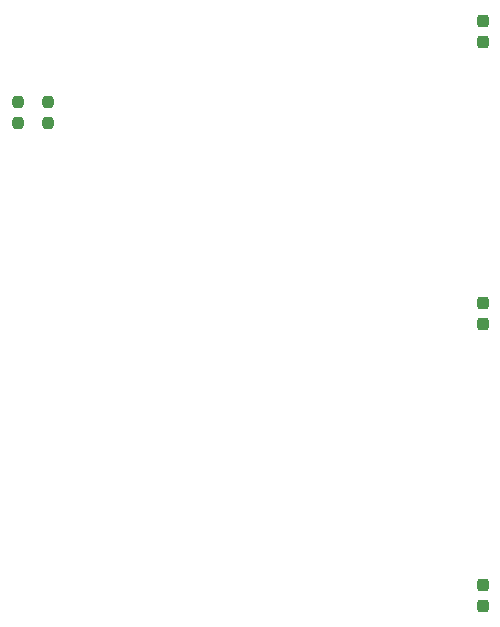
<source format=gbp>
G04 #@! TF.GenerationSoftware,KiCad,Pcbnew,9.0.3*
G04 #@! TF.CreationDate,2026-02-04T16:51:12-05:00*
G04 #@! TF.ProjectId,ControlBoard_v1,436f6e74-726f-46c4-926f-6172645f7631,rev?*
G04 #@! TF.SameCoordinates,Original*
G04 #@! TF.FileFunction,Paste,Bot*
G04 #@! TF.FilePolarity,Positive*
%FSLAX46Y46*%
G04 Gerber Fmt 4.6, Leading zero omitted, Abs format (unit mm)*
G04 Created by KiCad (PCBNEW 9.0.3) date 2026-02-04 16:51:12*
%MOMM*%
%LPD*%
G01*
G04 APERTURE LIST*
G04 Aperture macros list*
%AMRoundRect*
0 Rectangle with rounded corners*
0 $1 Rounding radius*
0 $2 $3 $4 $5 $6 $7 $8 $9 X,Y pos of 4 corners*
0 Add a 4 corners polygon primitive as box body*
4,1,4,$2,$3,$4,$5,$6,$7,$8,$9,$2,$3,0*
0 Add four circle primitives for the rounded corners*
1,1,$1+$1,$2,$3*
1,1,$1+$1,$4,$5*
1,1,$1+$1,$6,$7*
1,1,$1+$1,$8,$9*
0 Add four rect primitives between the rounded corners*
20,1,$1+$1,$2,$3,$4,$5,0*
20,1,$1+$1,$4,$5,$6,$7,0*
20,1,$1+$1,$6,$7,$8,$9,0*
20,1,$1+$1,$8,$9,$2,$3,0*%
G04 Aperture macros list end*
%ADD10RoundRect,0.237500X-0.237500X0.250000X-0.237500X-0.250000X0.237500X-0.250000X0.237500X0.250000X0*%
%ADD11RoundRect,0.237500X0.237500X-0.300000X0.237500X0.300000X-0.237500X0.300000X-0.237500X-0.300000X0*%
G04 APERTURE END LIST*
D10*
X166116000Y-68255500D03*
X166116000Y-70080500D03*
X163576000Y-68255500D03*
X163576000Y-70080500D03*
D11*
X202946000Y-110924500D03*
X202946000Y-109199500D03*
X202946000Y-63172500D03*
X202946000Y-61447500D03*
X202946000Y-87048500D03*
X202946000Y-85323500D03*
M02*

</source>
